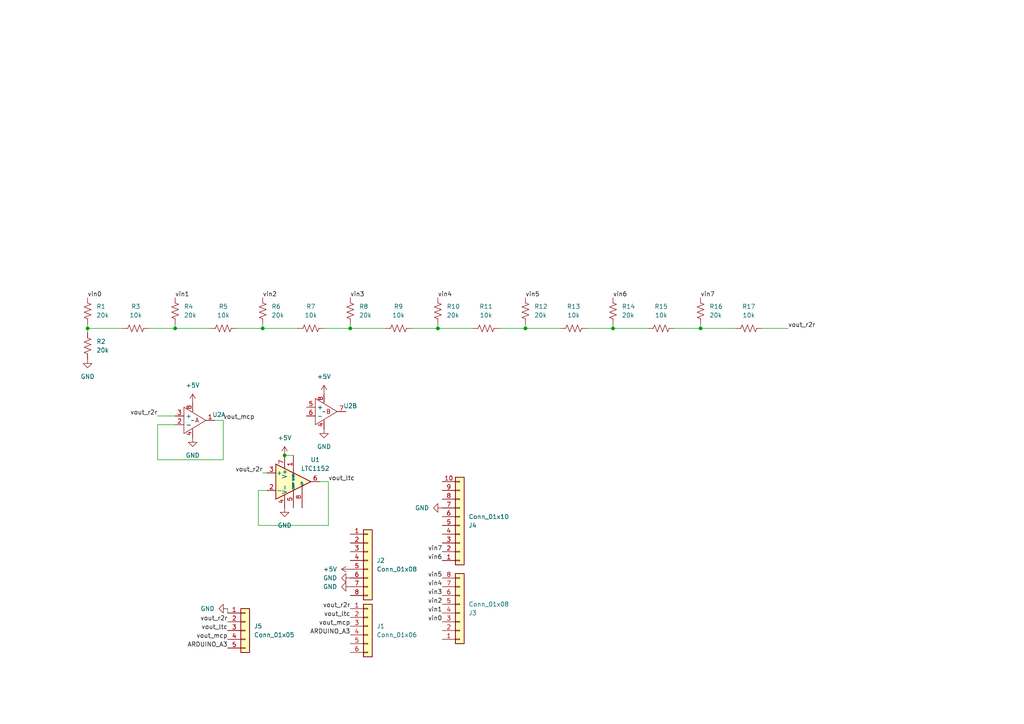
<source format=kicad_sch>
(kicad_sch (version 20230121) (generator eeschema)
  (paper "A4")
  (lib_symbols
    (symbol "Amplifier_Operational:LTC1152" (pin_names (offset 0.127))
      (property "Reference" "U" (at 5.08 7.62 0))
      (property "Value" "LTC1152" (at 5.08 5.08 0))
      (symbol "LTC1152_0_1"
        (polyline (pts (xy -5.08 5.08) (xy -5.08 -5.08) (xy 5.08 0) (xy -5.08 5.08)) (stroke (width 0.254)) (fill (type background)))
      )
      (symbol "LTC1152_1_1"
        (pin input line (at 0 7.62 270) (length 5.08) (name "SHDN") (number "1"))
        (pin input line (at -7.62 -2.54 0) (length 2.54) (name "-") (number "2"))
        (pin input line (at -7.62 2.54 0) (length 2.54) (name "+") (number "3"))
        (pin power_in line (at -2.54 -7.62 90) (length 3.81) (name "V-") (number "4"))
        (pin input line (at 0 -7.62 90) (length 5.08) (name "COMP") (number "5"))
        (pin output line (at 7.62 0 180) (length 2.54) (name "~") (number "6"))
        (pin power_in line (at -2.54 7.62 270) (length 3.81) (name "V+") (number "7"))
        (pin output line (at 2.54 -7.62 90) (length 6.35) (name "CP") (number "8"))
      )
    )
    (symbol "Connector_Generic:Conn_01x05" (pin_names (offset 1.016) hide)
      (property "Reference" "J" (at 0 7.62 0))
      (property "Value" "Conn_01x05" (at 0 -7.62 0))
      (symbol "Conn_01x05_1_1"
        (rectangle (start -1.27 -4.953) (end 0 -5.207) (stroke (width 0.1524)))
        (rectangle (start -1.27 -2.413) (end 0 -2.667) (stroke (width 0.1524)))
        (rectangle (start -1.27 0.127) (end 0 -0.127) (stroke (width 0.1524)))
        (rectangle (start -1.27 2.667) (end 0 2.413) (stroke (width 0.1524)))
        (rectangle (start -1.27 5.207) (end 0 4.953) (stroke (width 0.1524)))
        (rectangle (start -1.27 6.35) (end 1.27 -6.35) (stroke (width 0.254)) (fill (type background)))
        (pin passive line (at -5.08 5.08 0) (length 3.81) (name "Pin_1") (number "1"))
        (pin passive line (at -5.08 2.54 0) (length 3.81) (name "Pin_2") (number "2"))
        (pin passive line (at -5.08 0 0) (length 3.81) (name "Pin_3") (number "3"))
        (pin passive line (at -5.08 -2.54 0) (length 3.81) (name "Pin_4") (number "4"))
        (pin passive line (at -5.08 -5.08 0) (length 3.81) (name "Pin_5") (number "5"))
      )
    )
    (symbol "Connector_Generic:Conn_01x06" (pin_names (offset 1.016) hide)
      (property "Reference" "J" (at 0 7.62 0))
      (property "Value" "Conn_01x06" (at 0 -10.16 0))
      (symbol "Conn_01x06_1_1"
        (rectangle (start -1.27 -7.493) (end 0 -7.747) (stroke (width 0.1524)))
        (rectangle (start -1.27 -4.953) (end 0 -5.207) (stroke (width 0.1524)))
        (rectangle (start -1.27 -2.413) (end 0 -2.667) (stroke (width 0.1524)))
        (rectangle (start -1.27 0.127) (end 0 -0.127) (stroke (width 0.1524)))
        (rectangle (start -1.27 2.667) (end 0 2.413) (stroke (width 0.1524)))
        (rectangle (start -1.27 5.207) (end 0 4.953) (stroke (width 0.1524)))
        (rectangle (start -1.27 6.35) (end 1.27 -8.89) (stroke (width 0.254)) (fill (type background)))
        (pin passive line (at -5.08 5.08 0) (length 3.81) (name "Pin_1") (number "1"))
        (pin passive line (at -5.08 2.54 0) (length 3.81) (name "Pin_2") (number "2"))
        (pin passive line (at -5.08 0 0) (length 3.81) (name "Pin_3") (number "3"))
        (pin passive line (at -5.08 -2.54 0) (length 3.81) (name "Pin_4") (number "4"))
        (pin passive line (at -5.08 -5.08 0) (length 3.81) (name "Pin_5") (number "5"))
        (pin passive line (at -5.08 -7.62 0) (length 3.81) (name "Pin_6") (number "6"))
      )
    )
    (symbol "Connector_Generic:Conn_01x08" (pin_names (offset 1.016) hide)
      (property "Reference" "J" (at 0 10.16 0))
      (property "Value" "Conn_01x08" (at 0 -12.7 0))
      (symbol "Conn_01x08_1_1"
        (rectangle (start -1.27 -10.033) (end 0 -10.287) (stroke (width 0.1524)))
        (rectangle (start -1.27 -7.493) (end 0 -7.747) (stroke (width 0.1524)))
        (rectangle (start -1.27 -4.953) (end 0 -5.207) (stroke (width 0.1524)))
        (rectangle (start -1.27 -2.413) (end 0 -2.667) (stroke (width 0.1524)))
        (rectangle (start -1.27 0.127) (end 0 -0.127) (stroke (width 0.1524)))
        (rectangle (start -1.27 2.667) (end 0 2.413) (stroke (width 0.1524)))
        (rectangle (start -1.27 5.207) (end 0 4.953) (stroke (width 0.1524)))
        (rectangle (start -1.27 7.747) (end 0 7.493) (stroke (width 0.1524)))
        (rectangle (start -1.27 8.89) (end 1.27 -11.43) (stroke (width 0.254)) (fill (type background)))
        (pin passive line (at -5.08 7.62 0) (length 3.81) (name "Pin_1") (number "1"))
        (pin passive line (at -5.08 5.08 0) (length 3.81) (name "Pin_2") (number "2"))
        (pin passive line (at -5.08 2.54 0) (length 3.81) (name "Pin_3") (number "3"))
        (pin passive line (at -5.08 0 0) (length 3.81) (name "Pin_4") (number "4"))
        (pin passive line (at -5.08 -2.54 0) (length 3.81) (name "Pin_5") (number "5"))
        (pin passive line (at -5.08 -5.08 0) (length 3.81) (name "Pin_6") (number "6"))
        (pin passive line (at -5.08 -7.62 0) (length 3.81) (name "Pin_7") (number "7"))
        (pin passive line (at -5.08 -10.16 0) (length 3.81) (name "Pin_8") (number "8"))
      )
    )
    (symbol "Connector_Generic:Conn_01x10" (pin_names (offset 1.016) hide)
      (property "Reference" "J" (at 0 12.7 0))
      (property "Value" "Conn_01x10" (at 0 -15.24 0))
      (symbol "Conn_01x10_1_1"
        (rectangle (start -1.27 -12.573) (end 0 -12.827) (stroke (width 0.1524)))
        (rectangle (start -1.27 -10.033) (end 0 -10.287) (stroke (width 0.1524)))
        (rectangle (start -1.27 -7.493) (end 0 -7.747) (stroke (width 0.1524)))
        (rectangle (start -1.27 -4.953) (end 0 -5.207) (stroke (width 0.1524)))
        (rectangle (start -1.27 -2.413) (end 0 -2.667) (stroke (width 0.1524)))
        (rectangle (start -1.27 0.127) (end 0 -0.127) (stroke (width 0.1524)))
        (rectangle (start -1.27 2.667) (end 0 2.413) (stroke (width 0.1524)))
        (rectangle (start -1.27 5.207) (end 0 4.953) (stroke (width 0.1524)))
        (rectangle (start -1.27 7.747) (end 0 7.493) (stroke (width 0.1524)))
        (rectangle (start -1.27 10.287) (end 0 10.033) (stroke (width 0.1524)))
        (rectangle (start -1.27 11.43) (end 1.27 -13.97) (stroke (width 0.254)) (fill (type background)))
        (pin passive line (at -5.08 10.16 0) (length 3.81) (name "Pin_1") (number "1"))
        (pin passive line (at -5.08 -12.7 0) (length 3.81) (name "Pin_10") (number "10"))
        (pin passive line (at -5.08 7.62 0) (length 3.81) (name "Pin_2") (number "2"))
        (pin passive line (at -5.08 5.08 0) (length 3.81) (name "Pin_3") (number "3"))
        (pin passive line (at -5.08 2.54 0) (length 3.81) (name "Pin_4") (number "4"))
        (pin passive line (at -5.08 0 0) (length 3.81) (name "Pin_5") (number "5"))
        (pin passive line (at -5.08 -2.54 0) (length 3.81) (name "Pin_6") (number "6"))
        (pin passive line (at -5.08 -5.08 0) (length 3.81) (name "Pin_7") (number "7"))
        (pin passive line (at -5.08 -7.62 0) (length 3.81) (name "Pin_8") (number "8"))
        (pin passive line (at -5.08 -10.16 0) (length 3.81) (name "Pin_9") (number "9"))
      )
    )
    (symbol "Device:R_US" (pin_numbers hide) (pin_names (offset 0))
      (property "Reference" "R" (at 2.54 0 90))
      (property "Value" "R_US" (at -2.54 0 90))
      (symbol "R_US_0_1"
        (polyline (pts (xy 0 -2.286) (xy 0 -2.54)))
        (polyline (pts (xy 0 2.286) (xy 0 2.54)))
        (polyline (pts (xy 0 -0.762) (xy 1.016 -1.143) (xy 0 -1.524) (xy -1.016 -1.905) (xy 0 -2.286)))
        (polyline (pts (xy 0 0.762) (xy 1.016 0.381) (xy 0 0) (xy -1.016 -0.381) (xy 0 -0.762)))
        (polyline (pts (xy 0 2.286) (xy 1.016 1.905) (xy 0 1.524) (xy -1.016 1.143) (xy 0 0.762)))
      )
      (symbol "R_US_1_1"
        (pin passive line (at 0 3.81 270) (length 1.27) (name "~") (number "1"))
        (pin passive line (at 0 -3.81 90) (length 1.27) (name "~") (number "2"))
      )
    )
    (symbol "Yanez_ECE10A_Symbol_Library:MCP602T-I/SN"
      (property "Reference" "U" (at 5.08 1.27 0))
      (symbol "MCP602T-I/SN_0_1"
        (polyline (pts (xy -2.54 3.81) (xy -2.54 -3.81) (xy 3.81 0) (xy -2.54 3.81)))
        (pin power_in line (at 0 -5.08 90) (length 2.54) (name "") (number "4"))
        (pin power_in line (at 0 5.08 270) (length 2.54) (name "") (number "8"))
      )
      (symbol "MCP602T-I/SN_1_1"
        (text "A" (at 1.27 0 0) (effects (font (size 1.27 1.27))))
        (pin output line (at 6.35 0 180) (length 2.54) (name "") (number "1"))
        (pin input line (at -5.08 -1.27 0) (length 2.54) (name "-") (number "2"))
        (pin input line (at -5.08 1.27 0) (length 2.54) (name "+") (number "3"))
      )
      (symbol "MCP602T-I/SN_2_1"
        (text "B" (at 1.27 0 0) (effects (font (size 1.27 1.27))))
        (pin input line (at -5.08 1.27 0) (length 2.54) (name "+") (number "5"))
        (pin input line (at -5.08 -1.27 0) (length 2.54) (name "-") (number "6"))
        (pin output line (at 6.35 0 180) (length 2.54) (name "") (number "7"))
      )
    )
    (symbol "power:+5V" (power) (pin_names (offset 0))
      (property "Value" "+5V" (at 0 3.556 0))
      (symbol "+5V_0_1"
        (polyline (pts (xy -0.762 1.27) (xy 0 2.54)))
        (polyline (pts (xy 0 0) (xy 0 2.54)))
        (polyline (pts (xy 0 2.54) (xy 0.762 1.27)))
      )
      (symbol "+5V_1_1"
        (pin power_in line (at 0 0 90) (length 0) hide (name "+5V") (number "1"))
      )
    )
    (symbol "power:GND" (power) (pin_names (offset 0))
      (property "Value" "GND" (at 0 -3.81 0))
      (symbol "GND_0_1"
        (polyline (pts (xy 0 0) (xy 0 -1.27) (xy 1.27 -1.27) (xy 0 -2.54) (xy -1.27 -1.27) (xy 0 -1.27)))
      )
      (symbol "GND_1_1"
        (pin power_in line (at 0 0 270) (length 0) hide (name "GND") (number "1"))
      )
    )
  )
  (junction (at 127 95.25))
  (junction (at 152.4 95.25))
  (junction (at 82.55 132.08))
  (junction (at 76.2 95.25))
  (junction (at 101.6 95.25))
  (junction (at 203.2 95.25))
  (junction (at 25.4 95.25))
  (junction (at 177.8 95.25))
  (junction (at 50.8 95.25))
  (wire (pts (xy 213.36 95.25) (xy 203.2 95.25)))
  (wire (pts (xy 35.56 95.25) (xy 25.4 95.25)))
  (wire (pts (xy 50.8 93.98) (xy 50.8 95.25)))
  (wire (pts (xy 82.55 132.08) (xy 85.09 132.08)))
  (wire (pts (xy 187.96 95.25) (xy 177.8 95.25)))
  (wire (pts (xy 95.25 139.7) (xy 92.71 139.7)))
  (wire (pts (xy 203.2 93.98) (xy 203.2 95.25)))
  (wire (pts (xy 25.4 93.98) (xy 25.4 95.25)))
  (wire (pts (xy 152.4 93.98) (xy 152.4 95.25)))
  (wire (pts (xy 25.4 95.25) (xy 25.4 96.52)))
  (wire (pts (xy 195.58 95.25) (xy 203.2 95.25)))
  (wire (pts (xy 127 93.98) (xy 127 95.25)))
  (wire (pts (xy 111.76 95.25) (xy 101.6 95.25)))
  (wire (pts (xy 170.18 95.25) (xy 177.8 95.25)))
  (wire (pts (xy 119.38 95.25) (xy 127 95.25)))
  (wire (pts (xy 162.56 95.25) (xy 152.4 95.25)))
  (wire (pts (xy 86.36 95.25) (xy 76.2 95.25)))
  (wire (pts (xy 93.98 95.25) (xy 101.6 95.25)))
  (wire (pts (xy 101.6 93.98) (xy 101.6 95.25)))
  (wire (pts (xy 76.2 137.16) (xy 77.47 137.16)))
  (wire (pts (xy 137.16 95.25) (xy 127 95.25)))
  (wire (pts (xy 76.2 93.98) (xy 76.2 95.25)))
  (wire (pts (xy 60.96 95.25) (xy 50.8 95.25)))
  (wire (pts (xy 74.93 142.24) (xy 74.93 152.4)))
  (wire (pts (xy 177.8 93.98) (xy 177.8 95.25)))
  (wire (pts (xy 66.04 176.53) (xy 66.04 177.8)))
  (wire (pts (xy 45.72 133.35) (xy 64.77 133.35)))
  (wire (pts (xy 45.72 123.19) (xy 45.72 133.35)))
  (wire (pts (xy 144.78 95.25) (xy 152.4 95.25)))
  (wire (pts (xy 68.58 95.25) (xy 76.2 95.25)))
  (wire (pts (xy 45.72 120.65) (xy 50.8 120.65)))
  (wire (pts (xy 43.18 95.25) (xy 50.8 95.25)))
  (wire (pts (xy 220.98 95.25) (xy 228.6 95.25)))
  (wire (pts (xy 50.8 123.19) (xy 45.72 123.19)))
  (wire (pts (xy 64.77 133.35) (xy 64.77 121.92)))
  (wire (pts (xy 74.93 152.4) (xy 95.25 152.4)))
  (wire (pts (xy 95.25 152.4) (xy 95.25 139.7)))
  (wire (pts (xy 77.47 142.24) (xy 74.93 142.24)))
  (wire (pts (xy 64.77 121.92) (xy 62.23 121.92)))
  (label "vout_ltc" (at 95.25 139.7 0))
  (label "vout_ltc" (at 66.04 182.88 180))
  (label "vout_mcp" (at 101.6 181.61 180))
  (label "vin2" (at 76.2 86.36 0))
  (label "vout_r2r" (at 228.6 95.25 0))
  (label "vin4" (at 128.27 170.18 180))
  (label "vout_r2r" (at 45.72 120.65 180))
  (label "ARDUINO_A3" (at 66.04 187.96 180))
  (label "vout_mcp" (at 64.77 121.92 0))
  (label "vin2" (at 128.27 175.26 180))
  (label "vin5" (at 128.27 167.64 180))
  (label "vin0" (at 128.27 180.34 180))
  (label "vin0" (at 25.4 86.36 0))
  (label "vin6" (at 128.27 162.56 180))
  (label "vout_r2r" (at 101.6 176.53 180))
  (label "vout_ltc" (at 101.6 179.07 180))
  (label "vin3" (at 128.27 172.72 180))
  (label "vout_mcp" (at 66.04 185.42 180))
  (label "vin1" (at 50.8 86.36 0))
  (label "vin4" (at 127 86.36 0))
  (label "ARDUINO_A3" (at 101.6 184.15 180))
  (label "vout_r2r" (at 76.2 137.16 180))
  (label "vin5" (at 152.4 86.36 0))
  (label "vin3" (at 101.6 86.36 0))
  (label "vin7" (at 203.2 86.36 0))
  (label "vin7" (at 128.27 160.02 180))
  (label "vin1" (at 128.27 177.8 180))
  (label "vin6" (at 177.8 86.36 0))
  (label "vout_r2r" (at 66.04 180.34 180))
  (symbol (lib_id "power:GND") (at 55.88 127 0) (unit 1)
    (property "Reference" "#PWR01" (effects hide))
    (property "Value" "GND" (at 55.88 132.08 0))
  )
  (symbol (lib_id "Device:R_US") (at 76.2 90.17 0) (unit 1)
    (property "Reference" "R6" (at 78.74 88.9 0) (effects (justify left)))
    (property "Value" "20k" (at 78.74 91.44 0) (effects (justify left)))
    (property "Footprint" "Resistor_THT:R_Axial_DIN0207_L6.3mm_D2.5mm_P10.16mm_Horizontal" (effects hide))
  )
  (symbol (lib_id "Device:R_US") (at 39.37 95.25 90) (unit 1)
    (property "Reference" "R3" (at 39.37 88.9 90))
    (property "Value" "10k" (at 39.37 91.44 90))
    (property "Footprint" "Resistor_THT:R_Axial_DIN0207_L6.3mm_D2.5mm_P10.16mm_Horizontal" (effects hide))
  )
  (symbol (lib_id "Device:R_US") (at 191.77 95.25 90) (unit 1)
    (property "Reference" "R15" (at 191.77 88.9 90))
    (property "Value" "10k" (at 191.77 91.44 90))
    (property "Footprint" "Resistor_THT:R_Axial_DIN0207_L6.3mm_D2.5mm_P10.16mm_Horizontal" (effects hide))
  )
  (symbol (lib_id "power:GND") (at 128.27 147.32 270) (unit 1)
    (property "Reference" "#PWR011" (effects hide))
    (property "Value" "GND" (at 124.46 147.32 90) (effects (justify right)))
  )
  (symbol (lib_id "power:GND") (at 82.55 147.32 0) (unit 1)
    (property "Reference" "#PWR03" (effects hide))
    (property "Value" "GND" (at 82.55 152.4 0))
  )
  (symbol (lib_id "Device:R_US") (at 64.77 95.25 90) (unit 1)
    (property "Reference" "R5" (at 64.77 88.9 90))
    (property "Value" "10k" (at 64.77 91.44 90))
    (property "Footprint" "Resistor_THT:R_Axial_DIN0207_L6.3mm_D2.5mm_P10.16mm_Horizontal" (effects hide))
  )
  (symbol (lib_id "Device:R_US") (at 152.4 90.17 0) (unit 1)
    (property "Reference" "R12" (at 154.94 88.9 0) (effects (justify left)))
    (property "Value" "20k" (at 154.94 91.44 0) (effects (justify left)))
    (property "Footprint" "Resistor_THT:R_Axial_DIN0207_L6.3mm_D2.5mm_P10.16mm_Horizontal" (effects hide))
  )
  (symbol (lib_id "Connector_Generic:Conn_01x05") (at 71.12 182.88 0) (unit 1)
    (property "Reference" "J5" (at 73.66 181.61 0) (effects (justify left)))
    (property "Value" "Conn_01x05" (at 73.66 184.15 0) (effects (justify left)))
    (property "Footprint" "Connector_PinHeader_2.54mm:PinHeader_1x05_P2.54mm_Vertical" (effects hide))
  )
  (symbol (lib_id "Connector_Generic:Conn_01x10") (at 133.35 152.4 0) (mirror x) (unit 1)
    (property "Reference" "J4" (at 135.89 152.4 0) (effects (justify left)))
    (property "Value" "Conn_01x10" (at 135.89 149.86 0) (effects (justify left)))
    (property "Footprint" "Connector_PinHeader_2.54mm:PinHeader_1x10_P2.54mm_Vertical" (effects hide))
  )
  (symbol (lib_id "power:GND") (at 101.6 170.18 270) (unit 1)
    (property "Reference" "#PWR08" (effects hide))
    (property "Value" "GND" (at 97.79 170.18 90) (effects (justify right)))
  )
  (symbol (lib_id "power:GND") (at 101.6 167.64 270) (unit 1)
    (property "Reference" "#PWR09" (effects hide))
    (property "Value" "GND" (at 97.79 167.64 90) (effects (justify right)))
  )
  (symbol (lib_id "Amplifier_Operational:LTC1152") (at 85.09 139.7 0) (unit 1)
    (property "Reference" "U1" (at 91.44 133.35 0))
    (property "Value" "LTC1152" (at 91.44 135.89 0))
    (property "Footprint" "Package_SO:SOIC-8_3.9x4.9mm_P1.27mm" (effects hide))
    (property "Datasheet" "https://www.analog.com/media/en/technical-documentation/data-sheets/lt1152.pdf" (effects hide))
  )
  (symbol (lib_id "power:+5V") (at 93.98 114.3 0) (unit 1)
    (property "Reference" "#PWR05" (effects hide))
    (property "Value" "+5V" (at 93.98 109.22 0))
  )
  (symbol (lib_id "Device:R_US") (at 101.6 90.17 0) (unit 1)
    (property "Reference" "R8" (at 104.14 88.9 0) (effects (justify left)))
    (property "Value" "20k" (at 104.14 91.44 0) (effects (justify left)))
    (property "Footprint" "Resistor_THT:R_Axial_DIN0207_L6.3mm_D2.5mm_P10.16mm_Horizontal" (effects hide))
  )
  (symbol (lib_id "power:+5V") (at 55.88 116.84 0) (unit 1)
    (property "Reference" "#PWR02" (effects hide))
    (property "Value" "+5V" (at 55.88 111.76 0))
  )
  (symbol (lib_id "power:GND") (at 66.04 176.53 270) (unit 1)
    (property "Reference" "#PWR012" (effects hide))
    (property "Value" "GND" (at 62.23 176.53 90) (effects (justify right)))
  )
  (symbol (lib_id "Device:R_US") (at 166.37 95.25 90) (unit 1)
    (property "Reference" "R13" (at 166.37 88.9 90))
    (property "Value" "10k" (at 166.37 91.44 90))
    (property "Footprint" "Resistor_THT:R_Axial_DIN0207_L6.3mm_D2.5mm_P10.16mm_Horizontal" (effects hide))
  )
  (symbol (lib_id "power:GND") (at 93.98 124.46 0) (unit 1)
    (property "Reference" "#PWR06" (effects hide))
    (property "Value" "GND" (at 93.98 129.54 0))
  )
  (symbol (lib_id "Device:R_US") (at 50.8 90.17 0) (unit 1)
    (property "Reference" "R4" (at 53.34 88.9 0) (effects (justify left)))
    (property "Value" "20k" (at 53.34 91.44 0) (effects (justify left)))
    (property "Footprint" "Resistor_THT:R_Axial_DIN0207_L6.3mm_D2.5mm_P10.16mm_Horizontal" (effects hide))
  )
  (symbol (lib_id "Yanez_ECE10A_Symbol_Library:MCP602T-I/SN") (at 55.88 121.92 0) (unit 1)
    (property "Reference" "U2" (at 63.5 120.2691 0))
    (property "Value" "~" (at 55.88 121.92 0))
    (property "Footprint" "Yanez -OpAmp:SOIC-8" (effects hide))
    (property "Datasheet" "https://ww1.microchip.com/downloads/en/DeviceDoc/21314g.pdf" (effects hide))
  )
  (symbol (lib_id "Device:R_US") (at 127 90.17 0) (unit 1)
    (property "Reference" "R10" (at 129.54 88.9 0) (effects (justify left)))
    (property "Value" "20k" (at 129.54 91.44 0) (effects (justify left)))
    (property "Footprint" "Resistor_THT:R_Axial_DIN0207_L6.3mm_D2.5mm_P10.16mm_Horizontal" (effects hide))
  )
  (symbol (lib_id "Device:R_US") (at 25.4 100.33 0) (unit 1)
    (property "Reference" "R2" (at 27.94 99.06 0) (effects (justify left)))
    (property "Value" "20k" (at 27.94 101.6 0) (effects (justify left)))
    (property "Footprint" "Resistor_THT:R_Axial_DIN0207_L6.3mm_D2.5mm_P10.16mm_Horizontal" (effects hide))
  )
  (symbol (lib_id "Connector_Generic:Conn_01x06") (at 106.68 181.61 0) (unit 1)
    (property "Reference" "J1" (at 109.22 181.61 0) (effects (justify left)))
    (property "Value" "Conn_01x06" (at 109.22 184.15 0) (effects (justify left)))
    (property "Footprint" "Connector_PinHeader_2.54mm:PinHeader_1x06_P2.54mm_Vertical" (effects hide))
  )
  (symbol (lib_id "Device:R_US") (at 217.17 95.25 90) (unit 1)
    (property "Reference" "R17" (at 217.17 88.9 90))
    (property "Value" "10k" (at 217.17 91.44 90))
    (property "Footprint" "Resistor_THT:R_Axial_DIN0207_L6.3mm_D2.5mm_P10.16mm_Horizontal" (effects hide))
  )
  (symbol (lib_id "power:+5V") (at 82.55 132.08 0) (unit 1)
    (property "Reference" "#PWR04" (effects hide))
    (property "Value" "+5V" (at 82.55 127 0))
  )
  (symbol (lib_id "power:+5V") (at 101.6 165.1 90) (unit 1)
    (property "Reference" "#PWR010" (effects hide))
    (property "Value" "+5V" (at 97.79 165.1 90) (effects (justify left)))
  )
  (symbol (lib_id "Connector_Generic:Conn_01x08") (at 133.35 177.8 0) (mirror x) (unit 1)
    (property "Reference" "J3" (at 135.89 177.8 0) (effects (justify left)))
    (property "Value" "Conn_01x08" (at 135.89 175.26 0) (effects (justify left)))
    (property "Footprint" "Connector_PinHeader_2.54mm:PinHeader_1x08_P2.54mm_Vertical" (effects hide))
  )
  (symbol (lib_id "Device:R_US") (at 177.8 90.17 0) (unit 1)
    (property "Reference" "R14" (at 180.34 88.9 0) (effects (justify left)))
    (property "Value" "20k" (at 180.34 91.44 0) (effects (justify left)))
    (property "Footprint" "Resistor_THT:R_Axial_DIN0207_L6.3mm_D2.5mm_P10.16mm_Horizontal" (effects hide))
  )
  (symbol (lib_id "Device:R_US") (at 25.4 90.17 0) (unit 1)
    (property "Reference" "R1" (at 27.94 88.9 0) (effects (justify left)))
    (property "Value" "20k" (at 27.94 91.44 0) (effects (justify left)))
    (property "Footprint" "Resistor_THT:R_Axial_DIN0207_L6.3mm_D2.5mm_P10.16mm_Horizontal" (effects hide))
  )
  (symbol (lib_id "Device:R_US") (at 140.97 95.25 90) (unit 1)
    (property "Reference" "R11" (at 140.97 88.9 90))
    (property "Value" "10k" (at 140.97 91.44 90))
    (property "Footprint" "Resistor_THT:R_Axial_DIN0207_L6.3mm_D2.5mm_P10.16mm_Horizontal" (effects hide))
  )
  (symbol (lib_id "Connector_Generic:Conn_01x08") (at 106.68 162.56 0) (unit 1)
    (property "Reference" "J2" (at 109.22 162.56 0) (effects (justify left)))
    (property "Value" "Conn_01x08" (at 109.22 165.1 0) (effects (justify left)))
    (property "Footprint" "Connector_PinHeader_2.54mm:PinHeader_1x08_P2.54mm_Vertical" (effects hide))
  )
  (symbol (lib_id "power:GND") (at 25.4 104.14 0) (unit 1)
    (property "Reference" "#PWR07" (effects hide))
    (property "Value" "GND" (at 25.4 109.22 0))
  )
  (symbol (lib_id "Device:R_US") (at 203.2 90.17 0) (unit 1)
    (property "Reference" "R16" (at 205.74 88.9 0) (effects (justify left)))
    (property "Value" "20k" (at 205.74 91.44 0) (effects (justify left)))
    (property "Footprint" "Resistor_THT:R_Axial_DIN0207_L6.3mm_D2.5mm_P10.16mm_Horizontal" (effects hide))
  )
  (symbol (lib_id "Device:R_US") (at 90.17 95.25 90) (unit 1)
    (property "Reference" "R7" (at 90.17 88.9 90))
    (property "Value" "10k" (at 90.17 91.44 90))
    (property "Footprint" "Resistor_THT:R_Axial_DIN0207_L6.3mm_D2.5mm_P10.16mm_Horizontal" (effects hide))
  )
  (symbol (lib_id "Yanez_ECE10A_Symbol_Library:MCP602T-I/SN") (at 93.98 119.38 0) (unit 2)
    (property "Reference" "U2" (at 101.6 117.7291 0))
    (property "Value" "~" (at 93.98 119.38 0))
    (property "Footprint" "Yanez -OpAmp:SOIC-8" (effects hide))
    (property "Datasheet" "https://ww1.microchip.com/downloads/en/DeviceDoc/21314g.pdf" (effects hide))
  )
  (symbol (lib_id "Device:R_US") (at 115.57 95.25 90) (unit 1)
    (property "Reference" "R9" (at 115.57 88.9 90))
    (property "Value" "10k" (at 115.57 91.44 90))
    (property "Footprint" "Resistor_THT:R_Axial_DIN0207_L6.3mm_D2.5mm_P10.16mm_Horizontal" (effects hide))
  )
)
</source>
